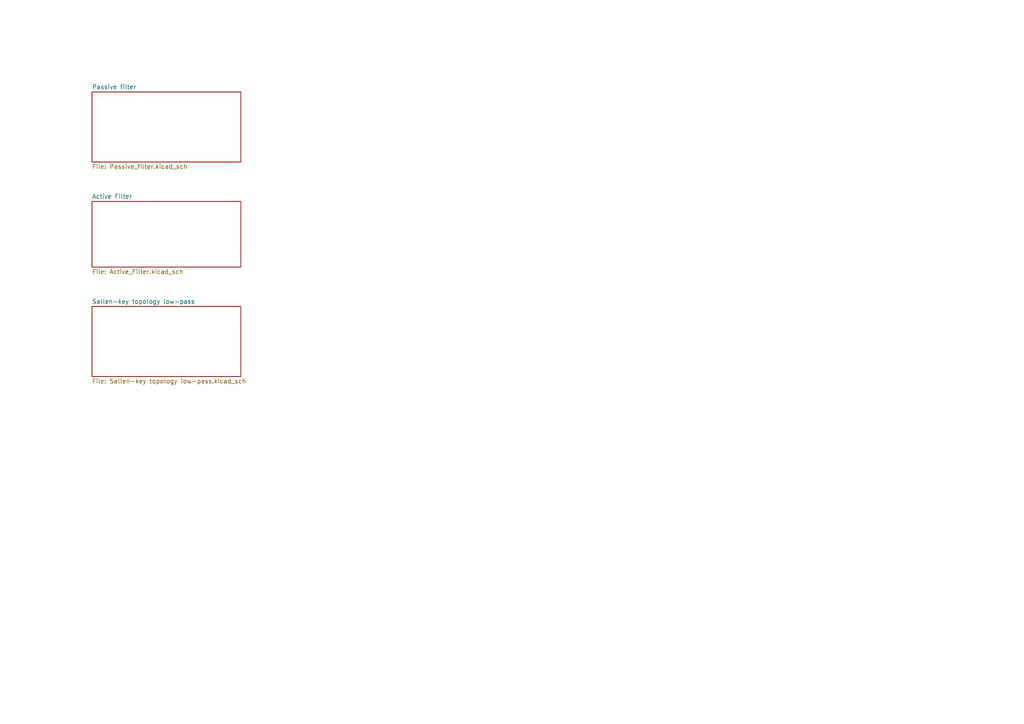
<source format=kicad_sch>
(kicad_sch
	(version 20250114)
	(generator "eeschema")
	(generator_version "9.0")
	(uuid "33ea2c5c-8786-4c1d-9e9b-dd794a9e2536")
	(paper "A4")
	(lib_symbols)
	(sheet
		(at 26.67 26.67)
		(size 43.18 20.32)
		(exclude_from_sim no)
		(in_bom yes)
		(on_board yes)
		(dnp no)
		(fields_autoplaced yes)
		(stroke
			(width 0.1524)
			(type solid)
		)
		(fill
			(color 0 0 0 0.0000)
		)
		(uuid "795d9d6f-aa30-46f2-a872-b61b4155bb6b")
		(property "Sheetname" "Passive filter"
			(at 26.67 25.9584 0)
			(effects
				(font
					(size 1.27 1.27)
				)
				(justify left bottom)
			)
		)
		(property "Sheetfile" "Passive_filter.kicad_sch"
			(at 26.67 47.5746 0)
			(effects
				(font
					(size 1.27 1.27)
				)
				(justify left top)
			)
		)
		(instances
			(project "FilterDesign"
				(path "/33ea2c5c-8786-4c1d-9e9b-dd794a9e2536"
					(page "2")
				)
			)
		)
	)
	(sheet
		(at 26.67 58.42)
		(size 43.18 19.05)
		(exclude_from_sim no)
		(in_bom yes)
		(on_board yes)
		(dnp no)
		(fields_autoplaced yes)
		(stroke
			(width 0.1524)
			(type solid)
		)
		(fill
			(color 0 0 0 0.0000)
		)
		(uuid "908d50da-bd48-48be-8442-c9172878ebf3")
		(property "Sheetname" "Active Filter"
			(at 26.67 57.7084 0)
			(effects
				(font
					(size 1.27 1.27)
				)
				(justify left bottom)
			)
		)
		(property "Sheetfile" "Active_Filter.kicad_sch"
			(at 26.67 78.0546 0)
			(effects
				(font
					(size 1.27 1.27)
				)
				(justify left top)
			)
		)
		(instances
			(project "FilterDesign"
				(path "/33ea2c5c-8786-4c1d-9e9b-dd794a9e2536"
					(page "3")
				)
			)
		)
	)
	(sheet
		(at 26.67 88.9)
		(size 43.18 20.32)
		(exclude_from_sim no)
		(in_bom yes)
		(on_board yes)
		(dnp no)
		(fields_autoplaced yes)
		(stroke
			(width 0.1524)
			(type solid)
		)
		(fill
			(color 0 0 0 0.0000)
		)
		(uuid "c8085467-f311-403f-8661-ee5b4433750a")
		(property "Sheetname" "Sallen-key topology low-pass"
			(at 26.67 88.1884 0)
			(effects
				(font
					(size 1.27 1.27)
				)
				(justify left bottom)
			)
		)
		(property "Sheetfile" "Sallen-key topology low-pass.kicad_sch"
			(at 26.67 109.8046 0)
			(effects
				(font
					(size 1.27 1.27)
				)
				(justify left top)
			)
		)
		(instances
			(project "FilterDesign"
				(path "/33ea2c5c-8786-4c1d-9e9b-dd794a9e2536"
					(page "4")
				)
			)
		)
	)
	(sheet_instances
		(path "/"
			(page "1")
		)
	)
	(embedded_fonts no)
)

</source>
